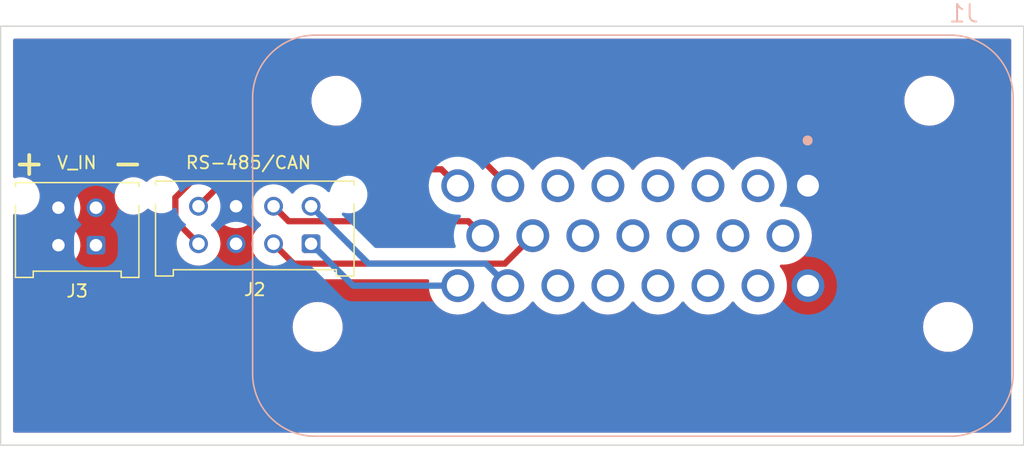
<source format=kicad_pcb>
(kicad_pcb (version 20211014) (generator pcbnew)
  (layers (0 "F.Cu" signal) (31 "B.Cu" signal) (34 "B.Paste" user) (35 "F.Paste" user) (36 "B.SilkS" user "B.Silkscreen") (37 "F.SilkS" user "F.Silkscreen") (38 "B.Mask" user) (39 "F.Mask" user) (44 "Edge.Cuts" user))
  (net 0 "")
  (net 1 "VDD")
  (net 7 "/CANH")
  (net 8 "/CANL")
  (net 14 "/A")
  (net 15 "/B")
  (net 16 "GNDD")
  (net 22 "/Y")
  (net 23 "/Z")
  (footprint "Connector_Molex:Molex_Micro-Fit_3.0_43045-0412_2x02_P3.00mm_Vertical" (layer "F.Cu") (at 94.996 84.836 180)
    (fp_text reference "J3" (at 1.5 -3.67) (layer "F.SilkS"))
    (fp_text value "V IN")
    (fp_line (start -3.435 3.18) (end -3.435 -2.58) (layer "F.SilkS") (width 0.12))
    (fp_line (start 5.015 -2.58) (end 6.435 -2.58) (layer "F.SilkS") (width 0.12))
    (fp_line (start -2.015 -2.08) (end 5.015 -2.08) (layer "F.SilkS") (width 0.12))
    (fp_line (start 6.435 5.01) (end 6.435 4.7) (layer "F.SilkS") (width 0.12))
    (fp_line (start 6.435 -2.58) (end 6.435 3.18) (layer "F.SilkS") (width 0.12))
    (fp_line (start -2.015 -2.58) (end -2.015 -2.08) (layer "F.SilkS") (width 0.12))
    (fp_line (start -3.435 4.7) (end -3.435 5.01) (layer "F.SilkS") (width 0.12))
    (fp_line (start -3.435 5.01) (end 6.435 5.01) (layer "F.SilkS") (width 0.12))
    (fp_line (start 5.015 -2.08) (end 5.015 -2.58) (layer "F.SilkS") (width 0.12))
    (fp_line (start -3.435 -2.58) (end -2.015 -2.58) (layer "F.SilkS") (width 0.12))
    (pad "" np_thru_hole circle (at 6 3.94 180) (size 1 1) (drill 1) (layers *.Cu *.Mask))
    (pad "" np_thru_hole circle (at -3 3.94 180) (size 1 1) (drill 1) (layers *.Cu *.Mask))
    (pad "1" thru_hole roundrect (at 0 0 180) (size 1.5 1.5) (drill 1) (layers *.Cu *.Mask) (roundrect_rratio 0.1666673333) (net 16 "GNDD"))
    (pad "2" thru_hole circle (at 3 0 180) (size 1.5 1.5) (drill 1) (layers *.Cu *.Mask) (net 1 "VDD"))
    (pad "3" thru_hole circle (at 0 3 180) (size 1.5 1.5) (drill 1) (layers *.Cu *.Mask) (net 16 "GNDD"))
    (pad "4" thru_hole circle (at 3 3 180) (size 1.5 1.5) (drill 1) (layers *.Cu *.Mask) (net 1 "VDD"))
  )
  (footprint "Connector_Molex:Molex_Micro-Fit_3.0_43045-0812_2x04_P3.00mm_Vertical" (layer "F.Cu") (at 112.196 84.719 180)
    (fp_text reference "J2" (at 4.5 -3.67) (layer "F.SilkS"))
    (fp_text value "RS-485/CAN")
    (fp_line (start -3.435 3.18) (end -3.435 -2.58) (layer "F.SilkS") (width 0.12))
    (fp_line (start -2.015 -2.58) (end -2.015 -2.08) (layer "F.SilkS") (width 0.12))
    (fp_line (start 12.435 5.01) (end 12.435 4.7) (layer "F.SilkS") (width 0.12))
    (fp_line (start 11.015 -2.58) (end 12.435 -2.58) (layer "F.SilkS") (width 0.12))
    (fp_line (start -3.435 4.7) (end -3.435 5.01) (layer "F.SilkS") (width 0.12))
    (fp_line (start -2.015 -2.08) (end 11.015 -2.08) (layer "F.SilkS") (width 0.12))
    (fp_line (start -3.435 -2.58) (end -2.015 -2.58) (layer "F.SilkS") (width 0.12))
    (fp_line (start -3.435 5.01) (end 12.435 5.01) (layer "F.SilkS") (width 0.12))
    (fp_line (start 12.435 -2.58) (end 12.435 3.18) (layer "F.SilkS") (width 0.12))
    (fp_line (start 11.015 -2.08) (end 11.015 -2.58) (layer "F.SilkS") (width 0.12))
    (pad "" np_thru_hole circle (at -3 3.94 180) (size 1 1) (drill 1) (layers *.Cu *.Mask))
    (pad "" np_thru_hole circle (at 12 3.94 180) (size 1 1) (drill 1) (layers *.Cu *.Mask))
    (pad "1" thru_hole roundrect (at 0 0 180) (size 1.5 1.5) (drill 1) (layers *.Cu *.Mask) (roundrect_rratio 0.1666673333) (net 23 "/Z"))
    (pad "2" thru_hole circle (at 3 0 180) (size 1.5 1.5) (drill 1) (layers *.Cu *.Mask) (net 14 "/A"))
    (pad "3" thru_hole circle (at 6 0 180) (size 1.5 1.5) (drill 1) (layers *.Cu *.Mask) (net 16 "GNDD"))
    (pad "4" thru_hole circle (at 9 0 180) (size 1.5 1.5) (drill 1) (layers *.Cu *.Mask) (net 7 "/CANH"))
    (pad "5" thru_hole circle (at 0 3 180) (size 1.5 1.5) (drill 1) (layers *.Cu *.Mask) (net 22 "/Y"))
    (pad "6" thru_hole circle (at 3 3 180) (size 1.5 1.5) (drill 1) (layers *.Cu *.Mask) (net 15 "/B"))
    (pad "7" thru_hole circle (at 6 3 180) (size 1.5 1.5) (drill 1) (layers *.Cu *.Mask) (net 1 "VDD"))
    (pad "8" thru_hole circle (at 9 3 180) (size 1.5 1.5) (drill 1) (layers *.Cu *.Mask) (net 8 "/CANL"))
  )
  (footprint "Connector_Auto:TE_776228-2" (layer "B.Cu") (at 137.922 84.074 180)
    (fp_text reference "J1" (at -26.455225 17.778975) (layer "B.SilkS") (effects (font (size 1.400276 1.400276)) (justify mirror)))
    (fp_text value "776228-2")
    (fp_line (start 30.4 -11.05) (end 30.4 11.05) (layer "B.SilkS") (width 0.127))
    (fp_line (start 25.4 16.05) (end -25.4 16.05) (layer "B.SilkS") (width 0.127))
    (fp_line (start -30.4 11.05) (end -30.4 -11.05) (layer "B.SilkS") (width 0.127))
    (fp_line (start -25.4 -16.05) (end 25.4 -16.05) (layer "B.SilkS") (width 0.127))
    (fp_arc (start -30.4 -11.05) (mid -28.935534 -14.585534) (end -25.4 -16.05) (layer "B.SilkS") (width 0.127))
    (fp_arc (start 30.4 11.05) (mid 28.935534 14.585534) (end 25.4 16.05) (layer "B.SilkS") (width 0.127))
    (fp_arc (start 25.4 -16.05) (mid 28.935534 -14.585534) (end 30.4 -11.05) (layer "B.SilkS") (width 0.127))
    (fp_arc (start -25.4 16.05) (mid -28.935534 14.585534) (end -30.4 11.05) (layer "B.SilkS") (width 0.127))
    (fp_circle (center -13.97 7.62) (end -13.77 7.62) (layer "B.SilkS") (width 0.4) (fill none))
    (pad "" np_thru_hole circle (at 25.2 -7.3 180) (size 2 2) (drill 2) (layers *.Cu *.Mask))
    (pad "" np_thru_hole circle (at 23.7 10.8 180) (size 2 2) (drill 2) (layers *.Cu *.Mask))
    (pad "" np_thru_hole circle (at -25.2 -7.3 180) (size 2 2) (drill 2) (layers *.Cu *.Mask))
    (pad "" np_thru_hole circle (at -23.7 10.8 180) (size 2 2) (drill 2) (layers *.Cu *.Mask))
    (pad "1" thru_hole rect (at -14 4 180) (size 2.625 2.625) (drill 1.75) (layers *.Cu *.Mask) (net 1 "VDD"))
    (pad "2" thru_hole circle (at -10 4 180) (size 2.625 2.625) (drill 1.75) (layers *.Cu *.Mask))
    (pad "3" thru_hole circle (at -6 4 180) (size 2.625 2.625) (drill 1.75) (layers *.Cu *.Mask))
    (pad "4" thru_hole circle (at -2 4 180) (size 2.625 2.625) (drill 1.75) (layers *.Cu *.Mask))
    (pad "5" thru_hole circle (at 2 4 180) (size 2.625 2.625) (drill 1.75) (layers *.Cu *.Mask))
    (pad "6" thru_hole circle (at 6 4 180) (size 2.625 2.625) (drill 1.75) (layers *.Cu *.Mask))
    (pad "7" thru_hole circle (at 10 4 180) (size 2.625 2.625) (drill 1.75) (layers *.Cu *.Mask) (net 7 "/CANH"))
    (pad "8" thru_hole circle (at 14 4 180) (size 2.625 2.625) (drill 1.75) (layers *.Cu *.Mask) (net 8 "/CANL"))
    (pad "9" thru_hole circle (at -12 0 180) (size 2.625 2.625) (drill 1.75) (layers *.Cu *.Mask))
    (pad "10" thru_hole circle (at -8 0 180) (size 2.625 2.625) (drill 1.75) (layers *.Cu *.Mask))
    (pad "11" thru_hole circle (at -4 0 180) (size 2.625 2.625) (drill 1.75) (layers *.Cu *.Mask))
    (pad "12" thru_hole circle (at 0 0 180) (size 2.625 2.625) (drill 1.75) (layers *.Cu *.Mask))
    (pad "13" thru_hole circle (at 4 0 180) (size 2.625 2.625) (drill 1.75) (layers *.Cu *.Mask))
    (pad "14" thru_hole circle (at 8 0 180) (size 2.625 2.625) (drill 1.75) (layers *.Cu *.Mask) (net 14 "/A"))
    (pad "15" thru_hole circle (at 12 0 180) (size 2.625 2.625) (drill 1.75) (layers *.Cu *.Mask) (net 15 "/B"))
    (pad "16" thru_hole circle (at -14 -4 180) (size 2.625 2.625) (drill 1.75) (layers *.Cu *.Mask) (net 16 "GNDD"))
    (pad "17" thru_hole circle (at -10 -4 180) (size 2.625 2.625) (drill 1.75) (layers *.Cu *.Mask))
    (pad "18" thru_hole circle (at -6 -4 180) (size 2.625 2.625) (drill 1.75) (layers *.Cu *.Mask))
    (pad "19" thru_hole circle (at -2 -4 180) (size 2.625 2.625) (drill 1.75) (layers *.Cu *.Mask))
    (pad "20" thru_hole circle (at 2 -4 180) (size 2.625 2.625) (drill 1.75) (layers *.Cu *.Mask))
    (pad "21" thru_hole circle (at 6 -4 180) (size 2.625 2.625) (drill 1.75) (layers *.Cu *.Mask))
    (pad "22" thru_hole circle (at 10 -4 180) (size 2.625 2.625) (drill 1.75) (layers *.Cu *.Mask) (net 22 "/Y"))
    (pad "23" thru_hole circle (at 14 -4 180) (size 2.625 2.625) (drill 1.75) (layers *.Cu *.Mask) (net 23 "/Z"))
  )
  (gr_rect (start 87.376 100.838) (end 169.164 67.31) (layer "Edge.Cuts") (width 0.1) (fill none))
  (gr_text "-" (at 97.536 78.232) (layer "F.SilkS") (effects (font (size 2 2) (thickness 0.3))))
  (gr_text "+" (at 89.662 78.232) (layer "F.SilkS") (effects (font (size 2 2) (thickness 0.3))))
  (gr_text "RS-485/CAN" (at 107.188 78.232) (layer "F.SilkS") (effects (font (size 1 1))))
  (gr_text "V_IN" (at 93.472 78.232) (layer "F.SilkS") (effects (font (size 1 1))))
  (segment (start 101.346 81.026) (end 101.346 82.869) (width 0.5) (layer "F.Cu") (net 7))
  (segment (start 127.922 80.074) (end 125.064 77.216) (width 0.5) (layer "F.Cu") (net 7))
  (segment (start 125.064 77.216) (end 105.156 77.216) (width 0.5) (layer "F.Cu") (net 7))
  (segment (start 101.346 82.869) (end 103.196 84.719) (width 0.5) (layer "F.Cu") (net 7))
  (segment (start 105.156 77.216) (end 101.346 81.026) (width 0.5) (layer "F.Cu") (net 7))
  (segment (start 106.1535 78.7615) (end 103.196 81.719) (width 0.5) (layer "F.Cu") (net 8))
  (segment (start 122.6095 78.7615) (end 106.1535 78.7615) (width 0.5) (layer "F.Cu") (net 8))
  (segment (start 123.922 80.074) (end 122.6095 78.7615) (width 0.5) (layer "F.Cu") (net 8))
  (segment (start 127.684011 86.311989) (end 129.922 84.074) (width 0.5) (layer "F.Cu") (net 14))
  (segment (start 109.196 84.719) (end 110.788989 86.311989) (width 0.5) (layer "F.Cu") (net 14))
  (segment (start 110.788989 86.311989) (end 127.684011 86.311989) (width 0.5) (layer "F.Cu") (net 14))
  (segment (start 110.395511 82.918511) (end 109.196 81.719) (width 0.5) (layer "F.Cu") (net 15))
  (segment (start 125.922 84.074) (end 124.766511 82.918511) (width 0.5) (layer "F.Cu") (net 15))
  (segment (start 124.766511 82.918511) (end 110.395511 82.918511) (width 0.5) (layer "F.Cu") (net 15))
  (segment (start 127.922 88.074) (end 126.159989 86.311989) (width 0.5) (layer "B.Cu") (net 22))
  (segment (start 116.788989 86.311989) (end 112.196 81.719) (width 0.5) (layer "B.Cu") (net 22))
  (segment (start 126.159989 86.311989) (end 116.788989 86.311989) (width 0.5) (layer "B.Cu") (net 22))
  (segment (start 123.922 88.074) (end 115.551 88.074) (width 0.5) (layer "B.Cu") (net 23))
  (segment (start 115.551 88.074) (end 112.196 84.719) (width 0.5) (layer "B.Cu") (net 23))
  (zone (net 16) (net_name "GNDD") (layer "F.Cu") (connect_pads yes (clearance 1)) (min_thickness 0.254) (fill yes (thermal_gap 0.508) (thermal_bridge_width 0.508))
    (polygon (pts (xy 169.164 100.838) (xy 87.376 100.838) (xy 87.376 67.31) (xy 169.164 67.31)))
  )
  (zone (net 1) (net_name "VDD") (layer "B.Cu") (connect_pads yes (clearance 1)) (min_thickness 0.254) (fill yes (thermal_gap 0.508) (thermal_bridge_width 0.508))
    (polygon (pts (xy 169.164 100.838) (xy 87.376 100.838) (xy 87.376 67.31) (xy 169.164 67.31)))
  )
)
</source>
